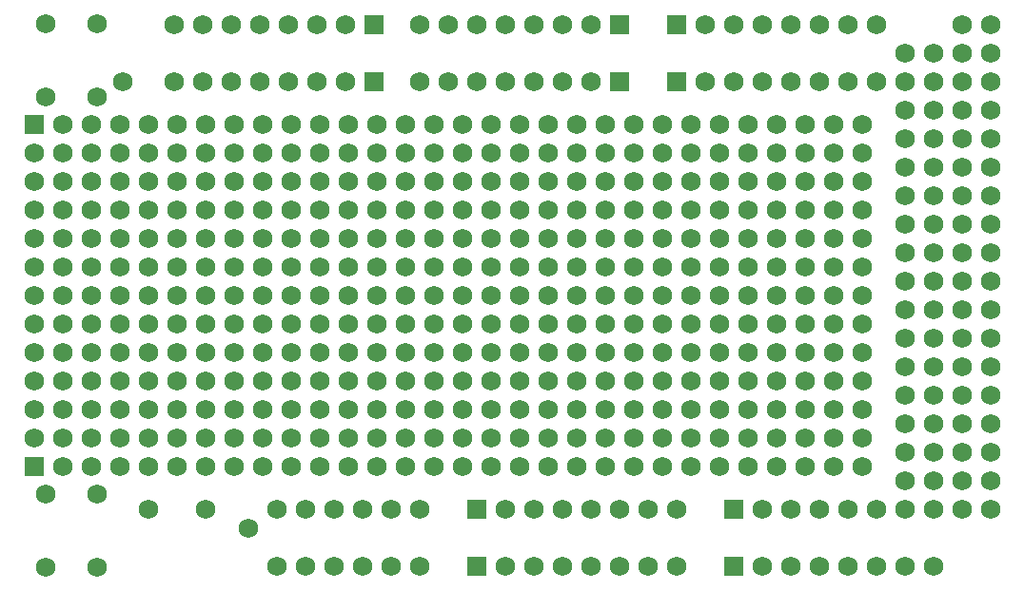
<source format=gbs>
G75*
G70*
%OFA0B0*%
%FSLAX24Y24*%
%IPPOS*%
%LPD*%
%AMOC8*
5,1,8,0,0,1.08239X$1,22.5*
%
%ADD10C,0.0680*%
%ADD11R,0.0680X0.0680*%
D10*
X001612Y001524D03*
X003392Y001524D03*
X005202Y003554D03*
X003392Y004084D03*
X003202Y005054D03*
X004202Y005054D03*
X005202Y005054D03*
X006202Y005054D03*
X007202Y005054D03*
X008202Y005054D03*
X009202Y005054D03*
X010202Y005054D03*
X011202Y005054D03*
X012202Y005054D03*
X013202Y005054D03*
X014202Y005054D03*
X015202Y005054D03*
X016202Y005054D03*
X017202Y005054D03*
X018202Y005054D03*
X019202Y005054D03*
X020202Y005054D03*
X021202Y005054D03*
X022202Y005054D03*
X023202Y005054D03*
X024202Y005054D03*
X025202Y005054D03*
X026202Y005054D03*
X027202Y005054D03*
X028202Y005054D03*
X029202Y005054D03*
X030202Y005054D03*
X031702Y004554D03*
X032702Y004554D03*
X033702Y004554D03*
X034702Y004554D03*
X034702Y003554D03*
X033702Y003554D03*
X032702Y003554D03*
X031702Y003554D03*
X030702Y003554D03*
X029702Y003554D03*
X028702Y003554D03*
X027702Y003554D03*
X026702Y003554D03*
X023702Y003554D03*
X022702Y003554D03*
X021702Y003554D03*
X020702Y003554D03*
X019702Y003554D03*
X018702Y003554D03*
X017702Y003554D03*
X014702Y003554D03*
X013702Y003554D03*
X012702Y003554D03*
X011702Y003554D03*
X010702Y003554D03*
X009702Y003554D03*
X008702Y002904D03*
X007202Y003554D03*
X009702Y001554D03*
X010702Y001554D03*
X011702Y001554D03*
X012702Y001554D03*
X013702Y001554D03*
X014702Y001554D03*
X017702Y001554D03*
X018702Y001554D03*
X019702Y001554D03*
X020702Y001554D03*
X021702Y001554D03*
X022702Y001554D03*
X023702Y001554D03*
X026702Y001554D03*
X027702Y001554D03*
X028702Y001554D03*
X029702Y001554D03*
X030702Y001554D03*
X031702Y001554D03*
X032702Y001554D03*
X032702Y005554D03*
X033702Y005554D03*
X034702Y005554D03*
X034702Y006554D03*
X033702Y006554D03*
X032702Y006554D03*
X031702Y006554D03*
X031702Y005554D03*
X030202Y006054D03*
X029202Y006054D03*
X028202Y006054D03*
X027202Y006054D03*
X026202Y006054D03*
X025202Y006054D03*
X024202Y006054D03*
X023202Y006054D03*
X022202Y006054D03*
X021202Y006054D03*
X020202Y006054D03*
X019202Y006054D03*
X018202Y006054D03*
X017202Y006054D03*
X016202Y006054D03*
X015202Y006054D03*
X014202Y006054D03*
X013202Y006054D03*
X012202Y006054D03*
X011202Y006054D03*
X010202Y006054D03*
X009202Y006054D03*
X008202Y006054D03*
X007202Y006054D03*
X006202Y006054D03*
X005202Y006054D03*
X004202Y006054D03*
X003202Y006054D03*
X002202Y006054D03*
X001202Y006054D03*
X001202Y007054D03*
X002202Y007054D03*
X003202Y007054D03*
X004202Y007054D03*
X005202Y007054D03*
X006202Y007054D03*
X007202Y007054D03*
X008202Y007054D03*
X009202Y007054D03*
X010202Y007054D03*
X011202Y007054D03*
X012202Y007054D03*
X013202Y007054D03*
X014202Y007054D03*
X015202Y007054D03*
X016202Y007054D03*
X017202Y007054D03*
X018202Y007054D03*
X019202Y007054D03*
X020202Y007054D03*
X021202Y007054D03*
X022202Y007054D03*
X023202Y007054D03*
X024202Y007054D03*
X025202Y007054D03*
X026202Y007054D03*
X027202Y007054D03*
X028202Y007054D03*
X029202Y007054D03*
X030202Y007054D03*
X031702Y007554D03*
X032702Y007554D03*
X033702Y007554D03*
X034702Y007554D03*
X034702Y008554D03*
X033702Y008554D03*
X032702Y008554D03*
X031702Y008554D03*
X030202Y008054D03*
X029202Y008054D03*
X028202Y008054D03*
X027202Y008054D03*
X026202Y008054D03*
X025202Y008054D03*
X024202Y008054D03*
X023202Y008054D03*
X022202Y008054D03*
X021202Y008054D03*
X020202Y008054D03*
X019202Y008054D03*
X018202Y008054D03*
X017202Y008054D03*
X016202Y008054D03*
X015202Y008054D03*
X014202Y008054D03*
X013202Y008054D03*
X012202Y008054D03*
X011202Y008054D03*
X010202Y008054D03*
X009202Y008054D03*
X008202Y008054D03*
X007202Y008054D03*
X006202Y008054D03*
X005202Y008054D03*
X004202Y008054D03*
X003202Y008054D03*
X002202Y008054D03*
X001202Y008054D03*
X001202Y009054D03*
X002202Y009054D03*
X003202Y009054D03*
X004202Y009054D03*
X005202Y009054D03*
X006202Y009054D03*
X007202Y009054D03*
X008202Y009054D03*
X009202Y009054D03*
X010202Y009054D03*
X011202Y009054D03*
X012202Y009054D03*
X013202Y009054D03*
X014202Y009054D03*
X015202Y009054D03*
X016202Y009054D03*
X017202Y009054D03*
X018202Y009054D03*
X019202Y009054D03*
X020202Y009054D03*
X021202Y009054D03*
X022202Y009054D03*
X023202Y009054D03*
X024202Y009054D03*
X025202Y009054D03*
X026202Y009054D03*
X027202Y009054D03*
X028202Y009054D03*
X029202Y009054D03*
X030202Y009054D03*
X031702Y009554D03*
X032702Y009554D03*
X033702Y009554D03*
X034702Y009554D03*
X034702Y010554D03*
X033702Y010554D03*
X032702Y010554D03*
X031702Y010554D03*
X030202Y010054D03*
X029202Y010054D03*
X028202Y010054D03*
X027202Y010054D03*
X026202Y010054D03*
X025202Y010054D03*
X024202Y010054D03*
X023202Y010054D03*
X022202Y010054D03*
X021202Y010054D03*
X020202Y010054D03*
X019202Y010054D03*
X018202Y010054D03*
X017202Y010054D03*
X016202Y010054D03*
X015202Y010054D03*
X014202Y010054D03*
X013202Y010054D03*
X012202Y010054D03*
X011202Y010054D03*
X010202Y010054D03*
X009202Y010054D03*
X008202Y010054D03*
X007202Y010054D03*
X006202Y010054D03*
X005202Y010054D03*
X004202Y010054D03*
X003202Y010054D03*
X002202Y010054D03*
X001202Y010054D03*
X001202Y011054D03*
X002202Y011054D03*
X003202Y011054D03*
X004202Y011054D03*
X005202Y011054D03*
X006202Y011054D03*
X007202Y011054D03*
X008202Y011054D03*
X009202Y011054D03*
X010202Y011054D03*
X011202Y011054D03*
X012202Y011054D03*
X013202Y011054D03*
X014202Y011054D03*
X015202Y011054D03*
X016202Y011054D03*
X017202Y011054D03*
X018202Y011054D03*
X019202Y011054D03*
X020202Y011054D03*
X021202Y011054D03*
X022202Y011054D03*
X023202Y011054D03*
X024202Y011054D03*
X025202Y011054D03*
X026202Y011054D03*
X027202Y011054D03*
X028202Y011054D03*
X029202Y011054D03*
X030202Y011054D03*
X031702Y011554D03*
X032702Y011554D03*
X033702Y011554D03*
X034702Y011554D03*
X034702Y012554D03*
X033702Y012554D03*
X032702Y012554D03*
X031702Y012554D03*
X030202Y012054D03*
X029202Y012054D03*
X028202Y012054D03*
X027202Y012054D03*
X026202Y012054D03*
X025202Y012054D03*
X024202Y012054D03*
X023202Y012054D03*
X022202Y012054D03*
X021202Y012054D03*
X020202Y012054D03*
X019202Y012054D03*
X018202Y012054D03*
X017202Y012054D03*
X016202Y012054D03*
X015202Y012054D03*
X014202Y012054D03*
X013202Y012054D03*
X012202Y012054D03*
X011202Y012054D03*
X010202Y012054D03*
X009202Y012054D03*
X008202Y012054D03*
X007202Y012054D03*
X006202Y012054D03*
X005202Y012054D03*
X004202Y012054D03*
X003202Y012054D03*
X002202Y012054D03*
X001202Y012054D03*
X001202Y013054D03*
X002202Y013054D03*
X003202Y013054D03*
X004202Y013054D03*
X005202Y013054D03*
X006202Y013054D03*
X007202Y013054D03*
X008202Y013054D03*
X009202Y013054D03*
X010202Y013054D03*
X011202Y013054D03*
X012202Y013054D03*
X013202Y013054D03*
X014202Y013054D03*
X015202Y013054D03*
X016202Y013054D03*
X017202Y013054D03*
X018202Y013054D03*
X019202Y013054D03*
X020202Y013054D03*
X021202Y013054D03*
X022202Y013054D03*
X023202Y013054D03*
X024202Y013054D03*
X025202Y013054D03*
X026202Y013054D03*
X027202Y013054D03*
X028202Y013054D03*
X029202Y013054D03*
X030202Y013054D03*
X030202Y014054D03*
X029202Y014054D03*
X028202Y014054D03*
X027202Y014054D03*
X026202Y014054D03*
X025202Y014054D03*
X024202Y014054D03*
X023202Y014054D03*
X022202Y014054D03*
X021202Y014054D03*
X020202Y014054D03*
X019202Y014054D03*
X018202Y014054D03*
X017202Y014054D03*
X016202Y014054D03*
X015202Y014054D03*
X014202Y014054D03*
X013202Y014054D03*
X012202Y014054D03*
X011202Y014054D03*
X010202Y014054D03*
X009202Y014054D03*
X008202Y014054D03*
X007202Y014054D03*
X006202Y014054D03*
X005202Y014054D03*
X004202Y014054D03*
X003202Y014054D03*
X002202Y014054D03*
X001202Y014054D03*
X001202Y015054D03*
X002202Y015054D03*
X003202Y015054D03*
X004202Y015054D03*
X005202Y015054D03*
X006202Y015054D03*
X007202Y015054D03*
X008202Y015054D03*
X009202Y015054D03*
X010202Y015054D03*
X011202Y015054D03*
X012202Y015054D03*
X013202Y015054D03*
X014202Y015054D03*
X015202Y015054D03*
X016202Y015054D03*
X017202Y015054D03*
X018202Y015054D03*
X019202Y015054D03*
X020202Y015054D03*
X021202Y015054D03*
X022202Y015054D03*
X023202Y015054D03*
X024202Y015054D03*
X025202Y015054D03*
X026202Y015054D03*
X027202Y015054D03*
X028202Y015054D03*
X029202Y015054D03*
X030202Y015054D03*
X030202Y016054D03*
X029202Y016054D03*
X028202Y016054D03*
X027202Y016054D03*
X026202Y016054D03*
X025202Y016054D03*
X024202Y016054D03*
X023202Y016054D03*
X022202Y016054D03*
X021202Y016054D03*
X020202Y016054D03*
X019202Y016054D03*
X018202Y016054D03*
X017202Y016054D03*
X016202Y016054D03*
X015202Y016054D03*
X014202Y016054D03*
X013202Y016054D03*
X012202Y016054D03*
X011202Y016054D03*
X010202Y016054D03*
X009202Y016054D03*
X008202Y016054D03*
X007202Y016054D03*
X006202Y016054D03*
X005202Y016054D03*
X004202Y016054D03*
X003202Y016054D03*
X002202Y016054D03*
X001202Y016054D03*
X002202Y017054D03*
X003202Y017054D03*
X004202Y017054D03*
X005202Y017054D03*
X006202Y017054D03*
X007202Y017054D03*
X008202Y017054D03*
X009202Y017054D03*
X010202Y017054D03*
X011202Y017054D03*
X012202Y017054D03*
X013202Y017054D03*
X014202Y017054D03*
X015202Y017054D03*
X016202Y017054D03*
X017202Y017054D03*
X018202Y017054D03*
X019202Y017054D03*
X020202Y017054D03*
X021202Y017054D03*
X022202Y017054D03*
X023202Y017054D03*
X024202Y017054D03*
X025202Y017054D03*
X026202Y017054D03*
X027202Y017054D03*
X028202Y017054D03*
X029202Y017054D03*
X030202Y017054D03*
X031702Y016554D03*
X032702Y016554D03*
X033702Y016554D03*
X034702Y016554D03*
X034702Y015554D03*
X033702Y015554D03*
X032702Y015554D03*
X031702Y015554D03*
X031702Y014554D03*
X032702Y014554D03*
X033702Y014554D03*
X034702Y014554D03*
X034702Y013554D03*
X033702Y013554D03*
X032702Y013554D03*
X031702Y013554D03*
X031702Y017554D03*
X032702Y017554D03*
X033702Y017554D03*
X034702Y017554D03*
X034702Y018554D03*
X033702Y018554D03*
X032702Y018554D03*
X031702Y018554D03*
X030702Y018554D03*
X029702Y018554D03*
X028702Y018554D03*
X027702Y018554D03*
X026702Y018554D03*
X025702Y018554D03*
X024702Y018554D03*
X024702Y020554D03*
X025702Y020554D03*
X026702Y020554D03*
X027702Y020554D03*
X028702Y020554D03*
X029702Y020554D03*
X030702Y020554D03*
X031702Y019554D03*
X032702Y019554D03*
X033702Y019554D03*
X034702Y019554D03*
X034702Y020554D03*
X033702Y020554D03*
X020702Y020554D03*
X019702Y020554D03*
X018702Y020554D03*
X017702Y020554D03*
X016702Y020554D03*
X015702Y020554D03*
X014702Y020554D03*
X012102Y020554D03*
X011102Y020554D03*
X010102Y020554D03*
X009102Y020554D03*
X008102Y020554D03*
X007102Y020554D03*
X006102Y020554D03*
X003392Y020584D03*
X001612Y020584D03*
X004302Y018554D03*
X003392Y018024D03*
X001612Y018024D03*
X006102Y018554D03*
X007102Y018554D03*
X008102Y018554D03*
X009102Y018554D03*
X010102Y018554D03*
X011102Y018554D03*
X012102Y018554D03*
X014702Y018554D03*
X015702Y018554D03*
X016702Y018554D03*
X017702Y018554D03*
X018702Y018554D03*
X019702Y018554D03*
X020702Y018554D03*
X002202Y005054D03*
X001612Y004084D03*
D11*
X001202Y005054D03*
X016702Y003554D03*
X016702Y001554D03*
X025702Y001554D03*
X025702Y003554D03*
X001202Y017054D03*
X013102Y018554D03*
X013102Y020554D03*
X021702Y020554D03*
X023702Y020554D03*
X023702Y018554D03*
X021702Y018554D03*
M02*

</source>
